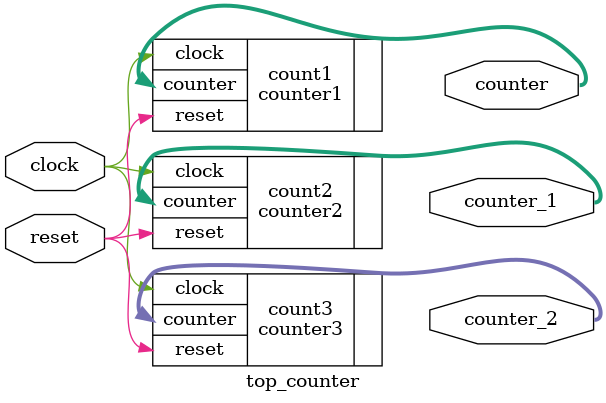
<source format=sv>
`timescale 1ns / 1ps


module top_counter#(parameter N = 8)(
    input logic clock, reset,
    output logic [N-1:0] counter,
    output logic [N-1:0] counter_1,
    output logic [N-1:0] counter_2);
    
    counter1 #(.N(8)) count1(.clock(clock),
                             .reset(reset),
                             .counter(counter));
                             
    counter2 #(.N(8)) count2(.clock(clock),
                             .reset(reset),
                             .counter(counter_1));
                             
    counter3 #(.N(8)) count3(.clock(clock),
                             .reset(reset),
                             .counter(counter_2));                         
                             
                             
    
endmodule

    
    
    
 
</source>
